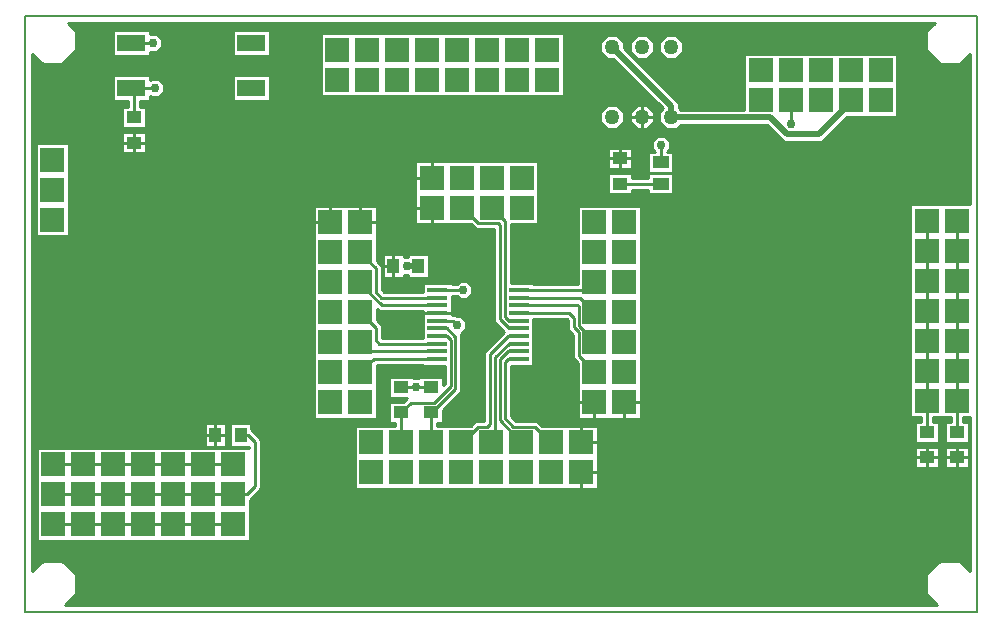
<source format=gbr>
G04 PROTEUS RS274X GERBER FILE*
%FSLAX45Y45*%
%MOMM*%
G01*
%ADD10C,0.254000*%
%ADD11C,0.508000*%
%ADD12C,0.762000*%
%ADD13R,1.701800X0.457200*%
%ADD14R,2.032000X2.032000*%
%ADD15R,1.016000X1.270000*%
%ADD16R,1.270000X1.016000*%
%ADD17R,2.387600X1.473200*%
%ADD18C,1.270000*%
%ADD19R,1.397000X0.990600*%
%ADD70C,0.203200*%
G36*
X+3801901Y+2482055D02*
X+3801901Y+2317945D01*
X+3917945Y+2201901D01*
X+4082055Y+2201901D01*
X+4169961Y+2289807D01*
X+4169961Y+1013659D01*
X+3665221Y+1013659D01*
X+3665221Y-789739D01*
X+3758121Y-789739D01*
X+3758121Y-826421D01*
X+3707321Y-826421D01*
X+3707321Y-1004219D01*
X+3910519Y-1004219D01*
X+3910519Y-826421D01*
X+3859719Y-826421D01*
X+3859719Y-789739D01*
X+4008121Y-789739D01*
X+4008121Y-826421D01*
X+3957321Y-826421D01*
X+3957321Y-1004219D01*
X+4160519Y-1004219D01*
X+4160519Y-826421D01*
X+4109719Y-826421D01*
X+4109719Y-789739D01*
X+4169961Y-789739D01*
X+4169961Y-2089807D01*
X+4082055Y-2001901D01*
X+3917945Y-2001901D01*
X+3801901Y-2117945D01*
X+3801901Y-2282055D01*
X+3894706Y-2374860D01*
X-3494706Y-2374860D01*
X-3401901Y-2282055D01*
X-3401901Y-2117945D01*
X-3517945Y-2001901D01*
X-3682055Y-2001901D01*
X-3769041Y-2088887D01*
X-3769041Y+2288887D01*
X-3682055Y+2201901D01*
X-3517945Y+2201901D01*
X-3401901Y+2317945D01*
X-3401901Y+2482055D01*
X-3469846Y+2550000D01*
X+3869846Y+2550000D01*
X+3801901Y+2482055D01*
G37*
%LPC*%
G36*
X+513699Y+1100301D02*
X+513699Y+846301D01*
X+282908Y+846301D01*
X+282908Y+350959D01*
X+473189Y+350959D01*
X+473189Y+340799D01*
X+850901Y+340799D01*
X+850901Y+1003299D01*
X+1384299Y+1003299D01*
X+1384299Y-800099D01*
X+850901Y-800099D01*
X+850901Y-329845D01*
X+810266Y-289210D01*
X+810266Y-90068D01*
X+769610Y-49412D01*
X+769610Y+31078D01*
X+756486Y+44202D01*
X+473189Y+44201D01*
X+473189Y-355959D01*
X+280986Y-355959D01*
X+280986Y-775242D01*
X+326210Y-820466D01*
X+505098Y-820466D01*
X+545693Y-861061D01*
X+1018539Y-861061D01*
X+1018539Y-1394459D01*
X-1038859Y-1394459D01*
X-1038859Y-861061D01*
X-695959Y-861061D01*
X-695959Y-835659D01*
X-746759Y-835659D01*
X-746759Y-657861D01*
X-628101Y-657861D01*
X-592539Y-622299D01*
X-746759Y-622299D01*
X-746759Y-444501D01*
X-543561Y-444501D01*
X-543561Y-457201D01*
X-495299Y-457201D01*
X-495299Y-444501D01*
X-292101Y-444501D01*
X-292101Y-518423D01*
X-277769Y-504091D01*
X-277769Y-355959D01*
X-463189Y-355959D01*
X-463189Y-345799D01*
X-850901Y-345799D01*
X-850901Y-802639D01*
X-1384299Y-802639D01*
X-1384299Y+1000759D01*
X-850901Y+1000759D01*
X-850901Y+533721D01*
X-810350Y+493170D01*
X-810350Y+294659D01*
X-791490Y+275799D01*
X-463189Y+275799D01*
X-463189Y+350959D01*
X-216811Y+350959D01*
X-216811Y+340798D01*
X-175977Y+340798D01*
X-151022Y+365753D01*
X-87896Y+365753D01*
X-43260Y+321117D01*
X-43260Y+257991D01*
X-87896Y+213355D01*
X-151022Y+213355D01*
X-176869Y+239202D01*
X-216811Y+239202D01*
X-216811Y+80799D01*
X-188959Y+80799D01*
X-174359Y+66199D01*
X-138437Y+66199D01*
X-93801Y+21563D01*
X-93801Y-41563D01*
X-136216Y-83978D01*
X-135555Y-84638D01*
X-135555Y-570886D01*
X-292101Y-727432D01*
X-292101Y-835659D01*
X-342901Y-835659D01*
X-342901Y-861061D01*
X-58031Y-861061D01*
X-17416Y-820446D01*
X+57493Y-820446D01*
X+57493Y-233459D01*
X+225832Y-65120D01*
X+140622Y+20090D01*
X+140622Y+805635D01*
X-14671Y+805635D01*
X-55337Y+846301D01*
X-527699Y+846301D01*
X-527699Y+1379699D01*
X+513699Y+1379699D01*
X+513699Y+1100301D01*
G37*
G36*
X+1241599Y+2392084D02*
X+1241599Y+2338201D01*
X+1703499Y+1876301D01*
X+1703499Y+1830184D01*
X+1720184Y+1813499D01*
X+2260301Y+1813499D01*
X+2260301Y+2289699D01*
X+3555699Y+2289699D01*
X+3555699Y+1756301D01*
X+3126101Y+1756301D01*
X+2915725Y+1545925D01*
X+2594275Y+1545925D01*
X+2453699Y+1686501D01*
X+1720184Y+1686501D01*
X+1682084Y+1648401D01*
X+1597916Y+1648401D01*
X+1538401Y+1707916D01*
X+1538401Y+1792084D01*
X+1573258Y+1826942D01*
X+1151799Y+2248401D01*
X+1097916Y+2248401D01*
X+1038401Y+2307916D01*
X+1038401Y+2392084D01*
X+1097916Y+2451599D01*
X+1182084Y+2451599D01*
X+1241599Y+2392084D01*
G37*
G36*
X-1917041Y-891119D02*
X-1829201Y-978959D01*
X-1829201Y-1391041D01*
X-1928958Y-1490798D01*
X-1929421Y-1490798D01*
X-1929421Y-1833699D01*
X-3732819Y-1833699D01*
X-3732819Y-1046681D01*
X-1930799Y-1046681D01*
X-1930799Y-1041219D01*
X-2094839Y-1041219D01*
X-2094839Y-838021D01*
X-1917041Y-838021D01*
X-1917041Y-891119D01*
G37*
G36*
X-2308199Y-838021D02*
X-2130401Y-838021D01*
X-2130401Y-1041219D01*
X-2308199Y-1041219D01*
X-2308199Y-838021D01*
G37*
G36*
X-3460301Y+1252301D02*
X-3460301Y+744301D01*
X-3739699Y+744301D01*
X-3739699Y+1531699D01*
X-3460301Y+1531699D01*
X-3460301Y+1252301D01*
G37*
G36*
X+3957321Y-1217579D02*
X+3957321Y-1039781D01*
X+4160519Y-1039781D01*
X+4160519Y-1217579D01*
X+3957321Y-1217579D01*
G37*
G36*
X+3707321Y-1217579D02*
X+3707321Y-1039781D01*
X+3910519Y-1039781D01*
X+3910519Y-1217579D01*
X+3707321Y-1217579D01*
G37*
G36*
X-1756521Y+2269241D02*
X-2071479Y+2269241D01*
X-2071479Y+2492759D01*
X-1756521Y+2492759D01*
X-1756521Y+2269241D01*
G37*
G36*
X-2772521Y+2068441D02*
X-2763947Y+2077015D01*
X-2700821Y+2077015D01*
X-2656185Y+2032379D01*
X-2656185Y+1969253D01*
X-2700821Y+1924617D01*
X-2763947Y+1924617D01*
X-2772521Y+1933191D01*
X-2772521Y+1888241D01*
X-2859201Y+1888241D01*
X-2859201Y+1838899D01*
X-2808401Y+1838899D01*
X-2808401Y+1661101D01*
X-3011599Y+1661101D01*
X-3011599Y+1838899D01*
X-2960799Y+1838899D01*
X-2960799Y+1888241D01*
X-3087479Y+1888241D01*
X-3087479Y+2111759D01*
X-2772521Y+2111759D01*
X-2772521Y+2068441D01*
G37*
G36*
X-2772521Y+2456886D02*
X-2711564Y+2456886D01*
X-2666928Y+2412250D01*
X-2666928Y+2349124D01*
X-2711564Y+2304488D01*
X-2772521Y+2304488D01*
X-2772521Y+2269241D01*
X-3087479Y+2269241D01*
X-3087479Y+2492759D01*
X-2772521Y+2492759D01*
X-2772521Y+2456886D01*
G37*
G36*
X-1756521Y+1888241D02*
X-2071479Y+1888241D01*
X-2071479Y+2111759D01*
X-1756521Y+2111759D01*
X-1756521Y+1888241D01*
G37*
G36*
X-411101Y+388401D02*
X-588899Y+388401D01*
X-588899Y+413801D01*
X-624461Y+413801D01*
X-624461Y+388401D01*
X-802259Y+388401D01*
X-802259Y+591599D01*
X-624461Y+591599D01*
X-624461Y+566199D01*
X-588899Y+566199D01*
X-588899Y+591599D01*
X-411101Y+591599D01*
X-411101Y+388401D01*
G37*
G36*
X-2808401Y+1625539D02*
X-2808401Y+1447741D01*
X-3011599Y+1447741D01*
X-3011599Y+1625539D01*
X-2808401Y+1625539D01*
G37*
G36*
X+1038401Y+1707916D02*
X+1038401Y+1792084D01*
X+1097916Y+1851599D01*
X+1182084Y+1851599D01*
X+1241599Y+1792084D01*
X+1241599Y+1707916D01*
X+1182084Y+1648401D01*
X+1097916Y+1648401D01*
X+1038401Y+1707916D01*
G37*
G36*
X+1288401Y+1707916D02*
X+1288401Y+1792084D01*
X+1347916Y+1851599D01*
X+1432084Y+1851599D01*
X+1491599Y+1792084D01*
X+1491599Y+1707916D01*
X+1432084Y+1648401D01*
X+1347916Y+1648401D01*
X+1288401Y+1707916D01*
G37*
G36*
X+1538401Y+2307916D02*
X+1538401Y+2392084D01*
X+1597916Y+2451599D01*
X+1682084Y+2451599D01*
X+1741599Y+2392084D01*
X+1741599Y+2307916D01*
X+1682084Y+2248401D01*
X+1597916Y+2248401D01*
X+1538401Y+2307916D01*
G37*
G36*
X+1288401Y+2307916D02*
X+1288401Y+2392084D01*
X+1347916Y+2451599D01*
X+1432084Y+2451599D01*
X+1491599Y+2392084D01*
X+1491599Y+2307916D01*
X+1432084Y+2248401D01*
X+1347916Y+2248401D01*
X+1288401Y+2307916D01*
G37*
G36*
X+1311599Y+1240799D02*
X+1442051Y+1240799D01*
X+1442051Y+1277629D01*
X+1657949Y+1277629D01*
X+1657949Y+1102371D01*
X+1442051Y+1102371D01*
X+1442051Y+1139201D01*
X+1311599Y+1139201D01*
X+1311599Y+1101101D01*
X+1108401Y+1101101D01*
X+1108401Y+1278899D01*
X+1311599Y+1278899D01*
X+1311599Y+1240799D01*
G37*
G36*
X+1626199Y+1547825D02*
X+1626199Y+1484699D01*
X+1600799Y+1459299D01*
X+1600799Y+1457629D01*
X+1657949Y+1457629D01*
X+1657949Y+1282371D01*
X+1442051Y+1282371D01*
X+1442051Y+1457629D01*
X+1499201Y+1457629D01*
X+1499201Y+1459299D01*
X+1473801Y+1484699D01*
X+1473801Y+1547825D01*
X+1518437Y+1592461D01*
X+1581563Y+1592461D01*
X+1626199Y+1547825D01*
G37*
G36*
X+1108401Y+1314461D02*
X+1108401Y+1492259D01*
X+1311599Y+1492259D01*
X+1311599Y+1314461D01*
X+1108401Y+1314461D01*
G37*
G36*
X+731499Y+2184301D02*
X+731499Y+1930301D01*
X-1325899Y+1930301D01*
X-1325899Y+2463699D01*
X+731499Y+2463699D01*
X+731499Y+2184301D01*
G37*
%LPD*%
G36*
X-844800Y+124080D02*
X-829922Y+109202D01*
X-808880Y+109202D01*
X-463189Y+109201D01*
X-463189Y-114201D01*
X-810260Y-114201D01*
X-810260Y-9440D01*
X-850901Y+31201D01*
X-850901Y+130181D01*
X-844800Y+124080D01*
G37*
D10*
X-340000Y+30000D02*
X-210000Y+30000D01*
X-170000Y-10000D01*
X-3593120Y-1186380D02*
X-3339120Y-1186380D01*
X-3085120Y-1186380D01*
X-2831120Y-1186380D01*
X-2577120Y-1186380D01*
X-2323120Y-1186380D01*
X-2041760Y-1186380D01*
X-2034923Y-1179543D01*
X-2069120Y-1186380D01*
X-3593120Y-1440000D02*
X-3339120Y-1440000D01*
X-3085120Y-1440000D01*
X-2831120Y-1440000D01*
X-2577120Y-1440000D01*
X-2323120Y-1440000D01*
X-2069120Y-1440000D01*
X-3593120Y-1694000D02*
X-3339120Y-1694000D01*
X-3085120Y-1694000D01*
X-2831120Y-1694000D01*
X-2577120Y-1694000D01*
X-2323120Y-1694000D01*
X-2069120Y-1694000D01*
X+3804920Y+873960D02*
X+3804920Y+619960D01*
X+3804920Y+365960D01*
X+3804920Y+111960D01*
X+3804920Y-142040D01*
X+3804920Y-396040D01*
X+3804920Y-650040D01*
X+4058920Y+873960D02*
X+4058920Y+619960D01*
X+4058920Y+365960D01*
X+4058920Y+111960D01*
X+4058920Y-142040D01*
X+4058920Y-396040D01*
X+4058920Y-650040D01*
D11*
X+1640000Y+1750000D02*
X+1640000Y+1850000D01*
X+1140000Y+2350000D01*
D10*
X-2930000Y+2381000D02*
X-2743440Y+2381000D01*
X-2743127Y+2380687D01*
X+1210000Y+1190000D02*
X+1550000Y+1190000D01*
X+1550000Y+1370000D02*
X+1550000Y+1516262D01*
D11*
X-500000Y+490000D02*
X-600000Y+490000D01*
D10*
X-2927599Y+1988279D02*
X-2930000Y+2000000D01*
X+3808920Y-915320D02*
X+3808920Y-692040D01*
X+3818920Y-682040D01*
X+3804920Y-650040D01*
X+4058920Y-915320D02*
X+4058920Y-682040D01*
X+4048920Y-672040D01*
X+4058920Y-650040D01*
X-2910000Y+1750000D02*
X-2910000Y+1985878D01*
X-2907599Y+1988279D01*
X-2927599Y+1988279D01*
X-393700Y-746760D02*
X-393700Y-998220D01*
X-391160Y-1000760D01*
X-645160Y-746760D02*
X-645160Y-1000760D01*
X-645160Y-533400D02*
X-518160Y-533400D01*
X-393700Y-533400D01*
X+350000Y+30000D02*
X+263743Y+30000D01*
X+232109Y+61634D01*
X+232109Y+873891D01*
X+120000Y+986000D01*
X+350000Y-35000D02*
X+267552Y-35000D01*
X+191421Y+41131D01*
X+191421Y+838615D01*
X+173602Y+856434D01*
X+6370Y+856434D01*
X-123196Y+986000D01*
X-134000Y+986000D01*
X+350000Y+290000D02*
X+925000Y+290000D01*
X+990600Y+355600D01*
X+350000Y+225000D02*
X+867200Y+225000D01*
X+990600Y+101600D01*
X+350000Y+160000D02*
X+848651Y+160000D01*
X+861034Y+147617D01*
X+861034Y-11586D01*
X+990600Y-141152D01*
X+990600Y-152400D01*
X+350000Y+95000D02*
X+777528Y+95000D01*
X+820409Y+52119D01*
X+820409Y-28371D01*
X+860658Y-68620D01*
X+861065Y-69027D01*
X+861065Y-268169D01*
X+990600Y-397704D01*
X+990600Y-406400D01*
X-340000Y-295000D02*
X-876660Y-295000D01*
X-990600Y-408940D01*
X-340000Y-230000D02*
X-915540Y-230000D01*
X-990600Y-154940D01*
X-340000Y-165000D02*
X-833730Y-165000D01*
X-861059Y-137671D01*
X-861059Y-30481D01*
X-990600Y+99060D01*
X-340000Y+160000D02*
X-808880Y+160000D01*
X-990600Y+341720D01*
X-990600Y+353060D01*
X-340000Y+225000D02*
X-812531Y+225000D01*
X-861149Y+273618D01*
X-861149Y+472129D01*
X-990600Y+601580D01*
X-990600Y+607060D01*
X-340000Y+290000D02*
X-119905Y+290000D01*
X-119459Y+289554D01*
X+350000Y-295000D02*
X+257174Y-295000D01*
X+230187Y-321987D01*
X+230187Y-796283D01*
X+305169Y-871265D01*
X+484057Y-871265D01*
X+613552Y-1000760D01*
X+624840Y-1000760D01*
X+350000Y-230000D02*
X+257737Y-230000D01*
X+189593Y-298144D01*
X+189593Y-813040D01*
X+370840Y-994287D01*
X+370840Y-1000760D01*
X+350000Y-165000D02*
X+265236Y-165000D01*
X+148923Y-281313D01*
X+148923Y-968677D01*
X+116840Y-1000760D01*
X+350000Y-100000D02*
X+262792Y-100000D01*
X+108292Y-254500D01*
X+108292Y-847498D01*
X+84545Y-871245D01*
X+3625Y-871245D01*
X-125890Y-1000760D01*
X-137160Y-1000760D01*
X-340000Y-100000D02*
X-257116Y-100000D01*
X-226970Y-130146D01*
X-226970Y-525132D01*
X-367205Y-665367D01*
X-563767Y-665367D01*
X-645160Y-746760D01*
X-340000Y-35000D02*
X-257033Y-35000D01*
X-186354Y-105679D01*
X-186354Y-549845D01*
X-383269Y-746760D01*
X-393700Y-746760D01*
X+2654000Y+1896000D02*
X+2654000Y+1695390D01*
X+2653530Y+1694920D01*
D11*
X+1640000Y+1750000D02*
X+2480000Y+1750000D01*
X+2620576Y+1609424D01*
X+2889424Y+1609424D01*
X+3162000Y+1882000D01*
X+3162000Y+1896000D01*
D10*
X-2005940Y-939620D02*
X-1940380Y-939620D01*
X-1880000Y-1000000D01*
X-1880000Y-1370000D01*
X-1950000Y-1440000D01*
X-2069120Y-1440000D01*
X-2930000Y+2000000D02*
X-2733200Y+2000000D01*
X-2732384Y+2000816D01*
D12*
X-170000Y-10000D03*
X-2743127Y+2380687D03*
X+1550000Y+1516262D03*
X-600000Y+490000D03*
X-518160Y-533400D03*
X-119459Y+289554D03*
X+2653530Y+1694920D03*
X-2732384Y+2000816D03*
D10*
X+3801901Y+2482055D02*
X+3801901Y+2317945D01*
X+3917945Y+2201901D01*
X+4082055Y+2201901D01*
X+4169961Y+2289807D01*
X+4169961Y+1013659D01*
X+3665221Y+1013659D01*
X+3665221Y-789739D01*
X+3758121Y-789739D01*
X+3758121Y-826421D01*
X+3707321Y-826421D01*
X+3707321Y-1004219D01*
X+3910519Y-1004219D01*
X+3910519Y-826421D01*
X+3859719Y-826421D01*
X+3859719Y-789739D01*
X+4008121Y-789739D01*
X+4008121Y-826421D01*
X+3957321Y-826421D01*
X+3957321Y-1004219D01*
X+4160519Y-1004219D01*
X+4160519Y-826421D01*
X+4109719Y-826421D01*
X+4109719Y-789739D01*
X+4169961Y-789739D01*
X+4169961Y-2089807D01*
X+4082055Y-2001901D01*
X+3917945Y-2001901D01*
X+3801901Y-2117945D01*
X+3801901Y-2282055D01*
X+3894706Y-2374860D01*
X-3494706Y-2374860D01*
X-3401901Y-2282055D01*
X-3401901Y-2117945D01*
X-3517945Y-2001901D01*
X-3682055Y-2001901D01*
X-3769041Y-2088887D01*
X-3769041Y+2288887D01*
X-3682055Y+2201901D01*
X-3517945Y+2201901D01*
X-3401901Y+2317945D01*
X-3401901Y+2482055D01*
X-3469846Y+2550000D01*
X+3869846Y+2550000D01*
X+3801901Y+2482055D01*
X+513699Y+1100301D02*
X+513699Y+846301D01*
X+282908Y+846301D01*
X+282908Y+350959D01*
X+473189Y+350959D01*
X+473189Y+340799D01*
X+850901Y+340799D01*
X+850901Y+1003299D01*
X+1384299Y+1003299D01*
X+1384299Y-800099D01*
X+850901Y-800099D01*
X+850901Y-329845D01*
X+810266Y-289210D01*
X+810266Y-90068D01*
X+769610Y-49412D01*
X+769610Y+31078D01*
X+756486Y+44202D01*
X+473189Y+44201D01*
X+473189Y-355959D01*
X+280986Y-355959D01*
X+280986Y-775242D01*
X+326210Y-820466D01*
X+505098Y-820466D01*
X+545693Y-861061D01*
X+1018539Y-861061D01*
X+1018539Y-1394459D01*
X-1038859Y-1394459D01*
X-1038859Y-861061D01*
X-695959Y-861061D01*
X-695959Y-835659D01*
X-746759Y-835659D01*
X-746759Y-657861D01*
X-628101Y-657861D01*
X-592539Y-622299D01*
X-746759Y-622299D01*
X-746759Y-444501D01*
X-543561Y-444501D01*
X-543561Y-457201D01*
X-495299Y-457201D01*
X-495299Y-444501D01*
X-292101Y-444501D01*
X-292101Y-518423D01*
X-277769Y-504091D01*
X-277769Y-355959D01*
X-463189Y-355959D01*
X-463189Y-345799D01*
X-850901Y-345799D01*
X-850901Y-802639D01*
X-1384299Y-802639D01*
X-1384299Y+1000759D01*
X-850901Y+1000759D01*
X-850901Y+533721D01*
X-810350Y+493170D01*
X-810350Y+294659D01*
X-791490Y+275799D01*
X-463189Y+275799D01*
X-463189Y+350959D01*
X-216811Y+350959D01*
X-216811Y+340798D01*
X-175977Y+340798D01*
X-151022Y+365753D01*
X-87896Y+365753D01*
X-43260Y+321117D01*
X-43260Y+257991D01*
X-87896Y+213355D01*
X-151022Y+213355D01*
X-176869Y+239202D01*
X-216811Y+239202D01*
X-216811Y+80799D01*
X-188959Y+80799D01*
X-174359Y+66199D01*
X-138437Y+66199D01*
X-93801Y+21563D01*
X-93801Y-41563D01*
X-136216Y-83978D01*
X-135555Y-84638D01*
X-135555Y-570886D01*
X-292101Y-727432D01*
X-292101Y-835659D01*
X-342901Y-835659D01*
X-342901Y-861061D01*
X-58031Y-861061D01*
X-17416Y-820446D01*
X+57493Y-820446D01*
X+57493Y-233459D01*
X+225832Y-65120D01*
X+140622Y+20090D01*
X+140622Y+805635D01*
X-14671Y+805635D01*
X-55337Y+846301D01*
X-527699Y+846301D01*
X-527699Y+1379699D01*
X+513699Y+1379699D01*
X+513699Y+1100301D01*
X+1241599Y+2392084D02*
X+1241599Y+2338201D01*
X+1703499Y+1876301D01*
X+1703499Y+1830184D01*
X+1720184Y+1813499D01*
X+2260301Y+1813499D01*
X+2260301Y+2289699D01*
X+3555699Y+2289699D01*
X+3555699Y+1756301D01*
X+3126101Y+1756301D01*
X+2915725Y+1545925D01*
X+2594275Y+1545925D01*
X+2453699Y+1686501D01*
X+1720184Y+1686501D01*
X+1682084Y+1648401D01*
X+1597916Y+1648401D01*
X+1538401Y+1707916D01*
X+1538401Y+1792084D01*
X+1573258Y+1826942D01*
X+1151799Y+2248401D01*
X+1097916Y+2248401D01*
X+1038401Y+2307916D01*
X+1038401Y+2392084D01*
X+1097916Y+2451599D01*
X+1182084Y+2451599D01*
X+1241599Y+2392084D01*
X-1917041Y-891119D02*
X-1829201Y-978959D01*
X-1829201Y-1391041D01*
X-1928958Y-1490798D01*
X-1929421Y-1490798D01*
X-1929421Y-1833699D01*
X-3732819Y-1833699D01*
X-3732819Y-1046681D01*
X-1930799Y-1046681D01*
X-1930799Y-1041219D01*
X-2094839Y-1041219D01*
X-2094839Y-838021D01*
X-1917041Y-838021D01*
X-1917041Y-891119D01*
X-2308199Y-838021D02*
X-2130401Y-838021D01*
X-2130401Y-1041219D01*
X-2308199Y-1041219D01*
X-2308199Y-838021D01*
X-3460301Y+1252301D02*
X-3460301Y+744301D01*
X-3739699Y+744301D01*
X-3739699Y+1531699D01*
X-3460301Y+1531699D01*
X-3460301Y+1252301D01*
X+3957321Y-1217579D02*
X+3957321Y-1039781D01*
X+4160519Y-1039781D01*
X+4160519Y-1217579D01*
X+3957321Y-1217579D01*
X+3707321Y-1217579D02*
X+3707321Y-1039781D01*
X+3910519Y-1039781D01*
X+3910519Y-1217579D01*
X+3707321Y-1217579D01*
X-1756521Y+2269241D02*
X-2071479Y+2269241D01*
X-2071479Y+2492759D01*
X-1756521Y+2492759D01*
X-1756521Y+2269241D01*
X-2772521Y+2068441D02*
X-2763947Y+2077015D01*
X-2700821Y+2077015D01*
X-2656185Y+2032379D01*
X-2656185Y+1969253D01*
X-2700821Y+1924617D01*
X-2763947Y+1924617D01*
X-2772521Y+1933191D01*
X-2772521Y+1888241D01*
X-2859201Y+1888241D01*
X-2859201Y+1838899D01*
X-2808401Y+1838899D01*
X-2808401Y+1661101D01*
X-3011599Y+1661101D01*
X-3011599Y+1838899D01*
X-2960799Y+1838899D01*
X-2960799Y+1888241D01*
X-3087479Y+1888241D01*
X-3087479Y+2111759D01*
X-2772521Y+2111759D01*
X-2772521Y+2068441D01*
X-2772521Y+2456886D02*
X-2711564Y+2456886D01*
X-2666928Y+2412250D01*
X-2666928Y+2349124D01*
X-2711564Y+2304488D01*
X-2772521Y+2304488D01*
X-2772521Y+2269241D01*
X-3087479Y+2269241D01*
X-3087479Y+2492759D01*
X-2772521Y+2492759D01*
X-2772521Y+2456886D01*
X-1756521Y+1888241D02*
X-2071479Y+1888241D01*
X-2071479Y+2111759D01*
X-1756521Y+2111759D01*
X-1756521Y+1888241D01*
X-411101Y+388401D02*
X-588899Y+388401D01*
X-588899Y+413801D01*
X-624461Y+413801D01*
X-624461Y+388401D01*
X-802259Y+388401D01*
X-802259Y+591599D01*
X-624461Y+591599D01*
X-624461Y+566199D01*
X-588899Y+566199D01*
X-588899Y+591599D01*
X-411101Y+591599D01*
X-411101Y+388401D01*
X-2808401Y+1625539D02*
X-2808401Y+1447741D01*
X-3011599Y+1447741D01*
X-3011599Y+1625539D01*
X-2808401Y+1625539D01*
X+1038401Y+1707916D02*
X+1038401Y+1792084D01*
X+1097916Y+1851599D01*
X+1182084Y+1851599D01*
X+1241599Y+1792084D01*
X+1241599Y+1707916D01*
X+1182084Y+1648401D01*
X+1097916Y+1648401D01*
X+1038401Y+1707916D01*
X+1288401Y+1707916D02*
X+1288401Y+1792084D01*
X+1347916Y+1851599D01*
X+1432084Y+1851599D01*
X+1491599Y+1792084D01*
X+1491599Y+1707916D01*
X+1432084Y+1648401D01*
X+1347916Y+1648401D01*
X+1288401Y+1707916D01*
X+1538401Y+2307916D02*
X+1538401Y+2392084D01*
X+1597916Y+2451599D01*
X+1682084Y+2451599D01*
X+1741599Y+2392084D01*
X+1741599Y+2307916D01*
X+1682084Y+2248401D01*
X+1597916Y+2248401D01*
X+1538401Y+2307916D01*
X+1288401Y+2307916D02*
X+1288401Y+2392084D01*
X+1347916Y+2451599D01*
X+1432084Y+2451599D01*
X+1491599Y+2392084D01*
X+1491599Y+2307916D01*
X+1432084Y+2248401D01*
X+1347916Y+2248401D01*
X+1288401Y+2307916D01*
X+1311599Y+1240799D02*
X+1442051Y+1240799D01*
X+1442051Y+1277629D01*
X+1657949Y+1277629D01*
X+1657949Y+1102371D01*
X+1442051Y+1102371D01*
X+1442051Y+1139201D01*
X+1311599Y+1139201D01*
X+1311599Y+1101101D01*
X+1108401Y+1101101D01*
X+1108401Y+1278899D01*
X+1311599Y+1278899D01*
X+1311599Y+1240799D01*
X+1626199Y+1547825D02*
X+1626199Y+1484699D01*
X+1600799Y+1459299D01*
X+1600799Y+1457629D01*
X+1657949Y+1457629D01*
X+1657949Y+1282371D01*
X+1442051Y+1282371D01*
X+1442051Y+1457629D01*
X+1499201Y+1457629D01*
X+1499201Y+1459299D01*
X+1473801Y+1484699D01*
X+1473801Y+1547825D01*
X+1518437Y+1592461D01*
X+1581563Y+1592461D01*
X+1626199Y+1547825D01*
X+1108401Y+1314461D02*
X+1108401Y+1492259D01*
X+1311599Y+1492259D01*
X+1311599Y+1314461D01*
X+1108401Y+1314461D01*
X+731499Y+2184301D02*
X+731499Y+1930301D01*
X-1325899Y+1930301D01*
X-1325899Y+2463699D01*
X+731499Y+2463699D01*
X+731499Y+2184301D01*
X-844800Y+124080D02*
X-829922Y+109202D01*
X-808880Y+109202D01*
X-463189Y+109201D01*
X-463189Y-114201D01*
X-810260Y-114201D01*
X-810260Y-9440D01*
X-850901Y+31201D01*
X-850901Y+130181D01*
X-844800Y+124080D01*
X-216811Y+95000D02*
X-340000Y+95000D01*
X-463189Y+95000D02*
X-340000Y+95000D01*
X-2308199Y-939620D02*
X-2219300Y-939620D01*
X-2130401Y-939620D02*
X-2219300Y-939620D01*
X-2219300Y-1041219D02*
X-2219300Y-939620D01*
X-2219300Y-838021D02*
X-2219300Y-939620D01*
X+4058920Y-1217579D02*
X+4058920Y-1128680D01*
X+4058920Y-1039781D02*
X+4058920Y-1128680D01*
X+4160519Y-1128680D02*
X+4058920Y-1128680D01*
X+3957321Y-1128680D02*
X+4058920Y-1128680D01*
X+3808920Y-1217579D02*
X+3808920Y-1128680D01*
X+3808920Y-1039781D02*
X+3808920Y-1128680D01*
X+3910519Y-1128680D02*
X+3808920Y-1128680D01*
X+3707321Y-1128680D02*
X+3808920Y-1128680D01*
X-802259Y+490000D02*
X-713360Y+490000D01*
X-713360Y+388401D02*
X-713360Y+490000D01*
X-713360Y+591599D02*
X-713360Y+490000D01*
X-2910000Y+1625539D02*
X-2910000Y+1536640D01*
X-2910000Y+1447741D02*
X-2910000Y+1536640D01*
X-3011599Y+1536640D02*
X-2910000Y+1536640D01*
X-2808401Y+1536640D02*
X-2910000Y+1536640D01*
X+1288401Y+1750000D02*
X+1390000Y+1750000D01*
X+1491599Y+1750000D02*
X+1390000Y+1750000D01*
X+1390000Y+1648401D02*
X+1390000Y+1750000D01*
X+1390000Y+1851599D02*
X+1390000Y+1750000D01*
X+1210000Y+1314461D02*
X+1210000Y+1403360D01*
X+1210000Y+1492259D02*
X+1210000Y+1403360D01*
X+1311599Y+1403360D02*
X+1210000Y+1403360D01*
X+1108401Y+1403360D02*
X+1210000Y+1403360D01*
X-1244600Y+1000759D02*
X-1244600Y+861060D01*
X-1384299Y+861060D02*
X-1244600Y+861060D01*
X-990600Y+1000759D02*
X-990600Y+861060D01*
X-850901Y+861060D02*
X-990600Y+861060D01*
X+1244600Y-800099D02*
X+1244600Y-660400D01*
X+1384299Y-660400D02*
X+1244600Y-660400D01*
X+990600Y-800099D02*
X+990600Y-660400D01*
X+850901Y-660400D02*
X+990600Y-660400D01*
X-527699Y+986000D02*
X-388000Y+986000D01*
X-388000Y+846301D02*
X-388000Y+986000D01*
X-527699Y+1240000D02*
X-388000Y+1240000D01*
X-388000Y+1379699D02*
X-388000Y+1240000D01*
X+1018539Y-1000760D02*
X+878840Y-1000760D01*
X+878840Y-861061D02*
X+878840Y-1000760D01*
X+1018539Y-1254760D02*
X+878840Y-1254760D01*
X+878840Y-1394459D02*
X+878840Y-1254760D01*
D13*
X-340000Y+290000D03*
X-340000Y+225000D03*
X-340000Y+160000D03*
X-340000Y+95000D03*
X-340000Y+30000D03*
X-340000Y-35000D03*
X-340000Y-100000D03*
X-340000Y-165000D03*
X-340000Y-230000D03*
X-340000Y-295000D03*
X+350000Y-295000D03*
X+350000Y-230000D03*
X+350000Y-165000D03*
X+350000Y-100000D03*
X+350000Y-35000D03*
X+350000Y+30000D03*
X+350000Y+95000D03*
X+350000Y+160000D03*
X+350000Y+225000D03*
X+350000Y+290000D03*
D14*
X+2400000Y+1896000D03*
X+2654000Y+1896000D03*
X+2908000Y+1896000D03*
X+3162000Y+1896000D03*
X+3416000Y+1896000D03*
X+3416000Y+2150000D03*
X+3162000Y+2150000D03*
X+2908000Y+2150000D03*
X+2654000Y+2150000D03*
X+2400000Y+2150000D03*
X-2069120Y-1440000D03*
X-2323120Y-1440000D03*
X-2577120Y-1440000D03*
X-2831120Y-1440000D03*
X-3085120Y-1440000D03*
X-3339120Y-1440000D03*
X-3593120Y-1440000D03*
X-3593120Y-1694000D03*
X-3339120Y-1694000D03*
X-3085120Y-1694000D03*
X-2831120Y-1694000D03*
X-2577120Y-1694000D03*
X-2323120Y-1694000D03*
X-2069120Y-1694000D03*
X-3593120Y-1186380D03*
X-3339120Y-1186380D03*
X-3085120Y-1186380D03*
X-2831120Y-1186380D03*
X-2577120Y-1186380D03*
X-2323120Y-1186380D03*
X-2069120Y-1186380D03*
D15*
X-2219300Y-939620D03*
X-2005940Y-939620D03*
D14*
X-3600000Y+884000D03*
X-3600000Y+1138000D03*
X-3600000Y+1392000D03*
X+4058920Y-650040D03*
X+4058920Y-396040D03*
X+4058920Y-142040D03*
X+4058920Y+111960D03*
X+4058920Y+365960D03*
X+4058920Y+619960D03*
X+4058920Y+873960D03*
X+3804920Y+873960D03*
X+3804920Y+619960D03*
X+3804920Y+365960D03*
X+3804920Y+111960D03*
X+3804920Y-142040D03*
X+3804920Y-396040D03*
X+3804920Y-650040D03*
D16*
X+4058920Y-1128680D03*
X+4058920Y-915320D03*
X+3808920Y-1128680D03*
X+3808920Y-915320D03*
D17*
X-1914000Y+2381000D03*
X-2930000Y+2000000D03*
X-2930000Y+2381000D03*
X-1914000Y+2000000D03*
D15*
X-713360Y+490000D03*
X-500000Y+490000D03*
D16*
X-2910000Y+1750000D03*
X-2910000Y+1536640D03*
D18*
X+1140000Y+1750000D03*
X+1390000Y+1750000D03*
X+1640000Y+1750000D03*
X+1640000Y+2350000D03*
X+1390000Y+2350000D03*
X+1140000Y+2350000D03*
D19*
X+1550000Y+1190000D03*
X+1550000Y+1370000D03*
D16*
X+1210000Y+1190000D03*
X+1210000Y+1403360D03*
D14*
X-1186200Y+2070000D03*
X-932200Y+2070000D03*
X-678200Y+2070000D03*
X-424200Y+2070000D03*
X-170200Y+2070000D03*
X+83800Y+2070000D03*
X+337800Y+2070000D03*
X+591800Y+2070000D03*
X+591800Y+2324000D03*
X+337800Y+2324000D03*
X+83800Y+2324000D03*
X-170200Y+2324000D03*
X-424200Y+2324000D03*
X-678200Y+2324000D03*
X-932200Y+2324000D03*
X-1186200Y+2324000D03*
X-1244600Y+861060D03*
X-1244600Y+607060D03*
X-1244600Y+353060D03*
X-1244600Y+99060D03*
X-1244600Y-154940D03*
X-1244600Y-408940D03*
X-1244600Y-662940D03*
X-990600Y-662940D03*
X-990600Y-408940D03*
X-990600Y-154940D03*
X-990600Y+99060D03*
X-990600Y+353060D03*
X-990600Y+607060D03*
X-990600Y+861060D03*
X+1244600Y-660400D03*
X+1244600Y-406400D03*
X+1244600Y-152400D03*
X+1244600Y+101600D03*
X+1244600Y+355600D03*
X+1244600Y+609600D03*
X+1244600Y+863600D03*
X+990600Y+863600D03*
X+990600Y+609600D03*
X+990600Y+355600D03*
X+990600Y+101600D03*
X+990600Y-152400D03*
X+990600Y-406400D03*
X+990600Y-660400D03*
X-388000Y+986000D03*
X-134000Y+986000D03*
X+120000Y+986000D03*
X+374000Y+986000D03*
X+374000Y+1240000D03*
X+120000Y+1240000D03*
X-134000Y+1240000D03*
X-388000Y+1240000D03*
X+878840Y-1000760D03*
X+624840Y-1000760D03*
X+370840Y-1000760D03*
X+116840Y-1000760D03*
X-137160Y-1000760D03*
X-391160Y-1000760D03*
X-645160Y-1000760D03*
X-899160Y-1000760D03*
X-899160Y-1254760D03*
X-645160Y-1254760D03*
X-391160Y-1254760D03*
X-137160Y-1254760D03*
X+116840Y-1254760D03*
X+370840Y-1254760D03*
X+624840Y-1254760D03*
X+878840Y-1254760D03*
D16*
X-393700Y-746760D03*
X-393700Y-533400D03*
X-645160Y-746760D03*
X-645160Y-533400D03*
D70*
X-3830000Y-2435820D02*
X+4230920Y-2435820D01*
X+4230920Y+2610960D01*
X-3830000Y+2610960D01*
X-3830000Y-2435820D01*
M02*

</source>
